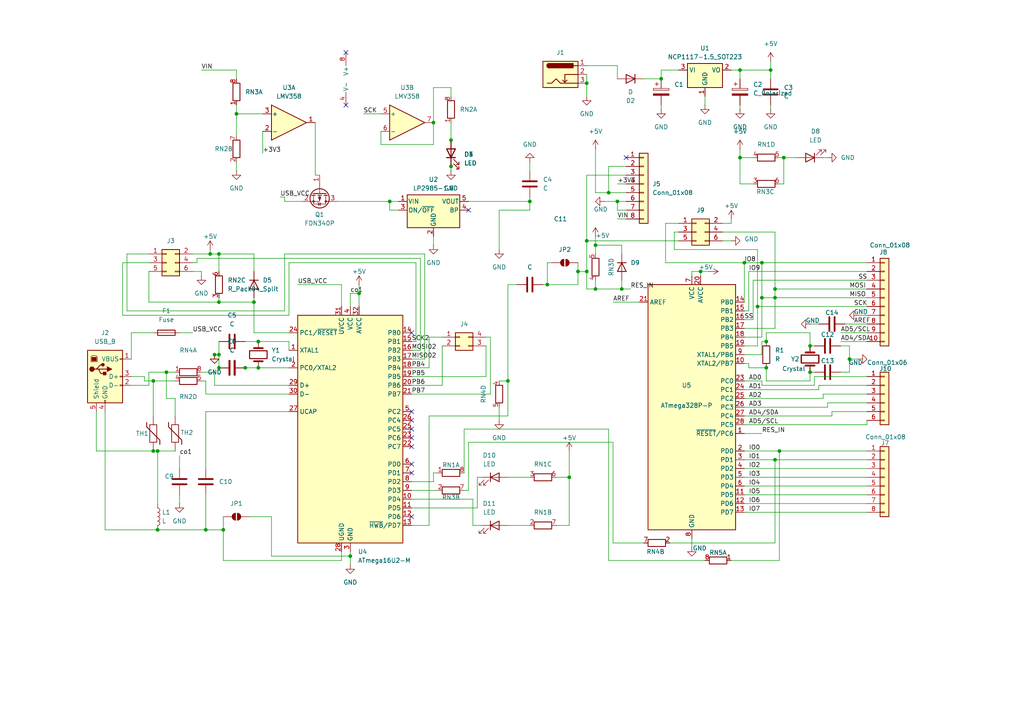
<source format=kicad_sch>
(kicad_sch (version 20231120) (generator "eeschema") (generator_version "8.0")
  (paper "A4")
  (title_block (title "Aruino") (date "15/11/2024") (company "Sudhir Agnihotri"))
  (lib_symbols
    (symbol "Amplifier_Operational:LMV358" (pin_names (offset 0.127))
      (property "Reference" "U" (at 0 5.08 0))
      (property "Value" "LMV358" (at 0 -5.08 0))
      (symbol "LMV358_1_1"
        (pin output line (at 7.62 0 180) (length 2.54) (name "~") (number "1"))
        (pin input line (at -7.62 -2.54 0) (length 2.54) (name "-") (number "2"))
        (pin input line (at -7.62 2.54 0) (length 2.54) (name "+") (number "3"))
      )
      (symbol "LMV358_2_1"
        (pin input line (at -7.62 2.54 0) (length 2.54) (name "+") (number "5"))
        (pin input line (at -7.62 -2.54 0) (length 2.54) (name "-") (number "6"))
        (pin output line (at 7.62 0 180) (length 2.54) (name "~") (number "7"))
      )
      (symbol "LMV358_3_1"
        (pin power_in line (at -2.54 -7.62 90) (length 3.81) (name "V-") (number "4"))
        (pin power_in line (at -2.54 7.62 270) (length 3.81) (name "V+") (number "8"))
      )
    )
    (symbol "Connector:Barrel_Jack_Switch_Pin3Ring" (pin_names hide)
      (property "Reference" "J" (at 0 5.334 0))
      (property "Value" "Barrel_Jack_Switch_Pin3Ring" (at 0 -5.08 0))
      (symbol "Barrel_Jack_Switch_Pin3Ring_1_1"
        (pin passive line (at 7.62 2.54 180) (length 2.54) (name "~") (number "1"))
        (pin passive line (at 7.62 0 180) (length 2.54) (name "~") (number "2"))
        (pin passive line (at 7.62 -2.54 180) (length 2.54) (name "~") (number "3"))
      )
    )
    (symbol "Connector:USB_B" (pin_names (offset 1.016))
      (property "Reference" "J" (at -5.08 11.43 0))
      (property "Value" "USB_B" (at -5.08 8.89 0))
      (symbol "USB_B_1_1"
        (pin power_out line (at 7.62 5.08 180) (length 2.54) (name "VBUS") (number "1"))
        (pin bidirectional line (at 7.62 -2.54 180) (length 2.54) (name "D-") (number "2"))
        (pin bidirectional line (at 7.62 0 180) (length 2.54) (name "D+") (number "3"))
        (pin power_out line (at 0 -10.16 90) (length 2.54) (name "GND") (number "4"))
        (pin passive line (at -2.54 -10.16 90) (length 2.54) (name "Shield") (number "5"))
      )
    )
    (symbol "Connector_Generic:Conn_01x06" (pin_names (offset 1.016) hide)
      (property "Reference" "J" (at 0 7.62 0))
      (property "Value" "Conn_01x06" (at 0 -10.16 0))
      (symbol "Conn_01x06_1_1"
        (pin passive line (at -5.08 5.08 0) (length 3.81) (name "Pin_1") (number "1"))
        (pin passive line (at -5.08 2.54 0) (length 3.81) (name "Pin_2") (number "2"))
        (pin passive line (at -5.08 0 0) (length 3.81) (name "Pin_3") (number "3"))
        (pin passive line (at -5.08 -2.54 0) (length 3.81) (name "Pin_4") (number "4"))
        (pin passive line (at -5.08 -5.08 0) (length 3.81) (name "Pin_5") (number "5"))
        (pin passive line (at -5.08 -7.62 0) (length 3.81) (name "Pin_6") (number "6"))
      )
    )
    (symbol "Connector_Generic:Conn_01x08" (pin_names (offset 1.016) hide)
      (property "Reference" "J" (at 0 10.16 0))
      (property "Value" "Conn_01x08" (at 0 -12.7 0))
      (symbol "Conn_01x08_1_1"
        (pin passive line (at -5.08 7.62 0) (length 3.81) (name "Pin_1") (number "1"))
        (pin passive line (at -5.08 5.08 0) (length 3.81) (name "Pin_2") (number "2"))
        (pin passive line (at -5.08 2.54 0) (length 3.81) (name "Pin_3") (number "3"))
        (pin passive line (at -5.08 0 0) (length 3.81) (name "Pin_4") (number "4"))
        (pin passive line (at -5.08 -2.54 0) (length 3.81) (name "Pin_5") (number "5"))
        (pin passive line (at -5.08 -5.08 0) (length 3.81) (name "Pin_6") (number "6"))
        (pin passive line (at -5.08 -7.62 0) (length 3.81) (name "Pin_7") (number "7"))
        (pin passive line (at -5.08 -10.16 0) (length 3.81) (name "Pin_8") (number "8"))
      )
    )
    (symbol "Connector_Generic:Conn_01x10" (pin_names (offset 1.016) hide)
      (property "Reference" "J" (at 0 12.7 0))
      (property "Value" "Conn_01x10" (at 0 -15.24 0))
      (symbol "Conn_01x10_1_1"
        (pin passive line (at -5.08 10.16 0) (length 3.81) (name "Pin_1") (number "1"))
        (pin passive line (at -5.08 -12.7 0) (length 3.81) (name "Pin_10") (number "10"))
        (pin passive line (at -5.08 7.62 0) (length 3.81) (name "Pin_2") (number "2"))
        (pin passive line (at -5.08 5.08 0) (length 3.81) (name "Pin_3") (number "3"))
        (pin passive line (at -5.08 2.54 0) (length 3.81) (name "Pin_4") (number "4"))
        (pin passive line (at -5.08 0 0) (length 3.81) (name "Pin_5") (number "5"))
        (pin passive line (at -5.08 -2.54 0) (length 3.81) (name "Pin_6") (number "6"))
        (pin passive line (at -5.08 -5.08 0) (length 3.81) (name "Pin_7") (number "7"))
        (pin passive line (at -5.08 -7.62 0) (length 3.81) (name "Pin_8") (number "8"))
        (pin passive line (at -5.08 -10.16 0) (length 3.81) (name "Pin_9") (number "9"))
      )
    )
    (symbol "Connector_Generic:Conn_02x02_Counter_Clockwise" (pin_names (offset 1.016) hide)
      (property "Reference" "J" (at 1.27 2.54 0))
      (property "Value" "Conn_02x02_Counter_Clockwise" (at 1.27 -5.08 0))
      (symbol "Conn_02x02_Counter_Clockwise_1_1"
        (pin passive line (at -5.08 0 0) (length 3.81) (name "Pin_1") (number "1"))
        (pin passive line (at -5.08 -2.54 0) (length 3.81) (name "Pin_2") (number "2"))
        (pin passive line (at 7.62 -2.54 180) (length 3.81) (name "Pin_3") (number "3"))
        (pin passive line (at 7.62 0 180) (length 3.81) (name "Pin_4") (number "4"))
      )
    )
    (symbol "Connector_Generic:Conn_02x03_Odd_Even" (pin_names (offset 1.016) hide)
      (property "Reference" "J" (at 1.27 5.08 0))
      (property "Value" "Conn_02x03_Odd_Even" (at 1.27 -5.08 0))
      (symbol "Conn_02x03_Odd_Even_1_1"
        (pin passive line (at -5.08 2.54 0) (length 3.81) (name "Pin_1") (number "1"))
        (pin passive line (at 7.62 2.54 180) (length 3.81) (name "Pin_2") (number "2"))
        (pin passive line (at -5.08 0 0) (length 3.81) (name "Pin_3") (number "3"))
        (pin passive line (at 7.62 0 180) (length 3.81) (name "Pin_4") (number "4"))
        (pin passive line (at -5.08 -2.54 0) (length 3.81) (name "Pin_5") (number "5"))
        (pin passive line (at 7.62 -2.54 180) (length 3.81) (name "Pin_6") (number "6"))
      )
    )
    (symbol "Device:C" (pin_numbers hide) (pin_names (offset 0.254))
      (property "Reference" "C" (at 0.635 2.54 0))
      (property "Value" "C" (at 0.635 -2.54 0))
      (symbol "C_1_1"
        (pin passive line (at 0 3.81 270) (length 2.794) (name "~") (number "1"))
        (pin passive line (at 0 -3.81 90) (length 2.794) (name "~") (number "2"))
      )
    )
    (symbol "Device:C_Polarized" (pin_numbers hide) (pin_names (offset 0.254))
      (property "Reference" "C" (at 0.635 2.54 0))
      (property "Value" "C_Polarized" (at 0.635 -2.54 0))
      (symbol "C_Polarized_1_1"
        (pin passive line (at 0 3.81 270) (length 2.794) (name "~") (number "1"))
        (pin passive line (at 0 -3.81 90) (length 2.794) (name "~") (number "2"))
      )
    )
    (symbol "Device:Crystal" (pin_numbers hide) (pin_names (offset 1.016) hide)
      (property "Reference" "Y" (at 0 3.81 0))
      (property "Value" "Crystal" (at 0 -3.81 0))
      (symbol "Crystal_1_1"
        (pin passive line (at -3.81 0 0) (length 1.27) (name "1") (number "1"))
        (pin passive line (at 3.81 0 180) (length 1.27) (name "2") (number "2"))
      )
    )
    (symbol "Device:D" (pin_numbers hide) (pin_names (offset 1.016) hide)
      (property "Reference" "D" (at 0 2.54 0))
      (property "Value" "D" (at 0 -2.54 0))
      (symbol "D_1_1"
        (pin passive line (at -3.81 0 0) (length 2.54) (name "K") (number "1"))
        (pin passive line (at 3.81 0 180) (length 2.54) (name "A") (number "2"))
      )
    )
    (symbol "Device:Fuse" (pin_numbers hide) (pin_names (offset 0))
      (property "Reference" "F" (at 2.032 0 90))
      (property "Value" "Fuse" (at -1.905 0 90))
      (symbol "Fuse_1_1"
        (pin passive line (at 0 3.81 270) (length 1.27) (name "~") (number "1"))
        (pin passive line (at 0 -3.81 90) (length 1.27) (name "~") (number "2"))
      )
    )
    (symbol "Device:L" (pin_numbers hide) (pin_names (offset 1.016) hide)
      (property "Reference" "L" (at -1.27 0 90))
      (property "Value" "L" (at 1.905 0 90))
      (symbol "L_1_1"
        (pin passive line (at 0 3.81 270) (length 1.27) (name "1") (number "1"))
        (pin passive line (at 0 -3.81 90) (length 1.27) (name "2") (number "2"))
      )
    )
    (symbol "Device:LED" (pin_numbers hide) (pin_names (offset 1.016) hide)
      (property "Reference" "D" (at 0 2.54 0))
      (property "Value" "LED" (at 0 -2.54 0))
      (symbol "LED_1_1"
        (pin passive line (at -3.81 0 0) (length 2.54) (name "K") (number "1"))
        (pin passive line (at 3.81 0 180) (length 2.54) (name "A") (number "2"))
      )
    )
    (symbol "Device:R" (pin_numbers hide) (pin_names (offset 0))
      (property "Reference" "R" (at 2.032 0 90))
      (property "Value" "R" (at 0 0 90))
      (symbol "R_1_1"
        (pin passive line (at 0 3.81 270) (length 1.27) (name "~") (number "1"))
        (pin passive line (at 0 -3.81 90) (length 1.27) (name "~") (number "2"))
      )
    )
    (symbol "Device:R_Pack04_Split" (pin_names (offset 0) hide)
      (property "Reference" "RN" (at 2.032 0 90))
      (property "Value" "R_Pack04_Split" (at 0 0 90))
      (symbol "R_Pack04_Split_1_1"
        (pin passive line (at 0 -3.81 90) (length 1.27) (name "R1.1") (number "1"))
        (pin passive line (at 0 3.81 270) (length 1.27) (name "R1.2") (number "8"))
      )
      (symbol "R_Pack04_Split_2_1"
        (pin passive line (at 0 -3.81 90) (length 1.27) (name "R2.1") (number "2"))
        (pin passive line (at 0 3.81 270) (length 1.27) (name "R2.2") (number "7"))
      )
      (symbol "R_Pack04_Split_3_1"
        (pin passive line (at 0 -3.81 90) (length 1.27) (name "R3.1") (number "3"))
        (pin passive line (at 0 3.81 270) (length 1.27) (name "R3.2") (number "6"))
      )
      (symbol "R_Pack04_Split_4_1"
        (pin passive line (at 0 -3.81 90) (length 1.27) (name "R4.1") (number "4"))
        (pin passive line (at 0 3.81 270) (length 1.27) (name "R4.2") (number "5"))
      )
    )
    (symbol "Device:Thermistor" (pin_numbers hide) (pin_names (offset 0))
      (property "Reference" "TH" (at 2.54 1.27 90))
      (property "Value" "Thermistor" (at -2.54 0 90))
      (symbol "Thermistor_1_1"
        (pin passive line (at 0 5.08 270) (length 2.54) (name "~") (number "1"))
        (pin passive line (at 0 -5.08 90) (length 2.54) (name "~") (number "2"))
      )
    )
    (symbol "Jumper:SolderJumper_2_Open" (pin_numbers hide) (pin_names (offset 0) hide) (exclude_from_sim yes) (in_bom no)
      (property "Reference" "JP" (at 0 2.032 0))
      (property "Value" "SolderJumper_2_Open" (at 0 -2.54 0))
      (symbol "SolderJumper_2_Open_1_1"
        (pin passive line (at -3.81 0 0) (length 2.54) (name "A") (number "1"))
        (pin passive line (at 3.81 0 180) (length 2.54) (name "B") (number "2"))
      )
    )
    (symbol "MCU_Microchip_ATmega:ATmega16U2-M"
      (property "Reference" "U" (at -15.24 34.29 0))
      (property "Value" "ATmega16U2-M" (at 2.54 -34.29 0))
      (symbol "ATmega16U2-M_1_1"
        (pin input line (at -17.78 22.86 0) (length 2.54) (name "XTAL1") (number "1"))
        (pin bidirectional line (at 17.78 -20.32 180) (length 2.54) (name "PD4") (number "10"))
        (pin bidirectional line (at 17.78 -22.86 180) (length 2.54) (name "PD5") (number "11"))
        (pin bidirectional line (at 17.78 -25.4 180) (length 2.54) (name "PD6") (number "12"))
        (pin bidirectional line (at 17.78 -27.94 180) (length 2.54) (name "~{HWB}/PD7") (number "13"))
        (pin bidirectional line (at 17.78 27.94 180) (length 2.54) (name "PB0") (number "14"))
        (pin bidirectional line (at 17.78 25.4 180) (length 2.54) (name "PB1") (number "15"))
        (pin bidirectional line (at 17.78 22.86 180) (length 2.54) (name "PB2") (number "16"))
        (pin bidirectional line (at 17.78 20.32 180) (length 2.54) (name "PB3") (number "17"))
        (pin bidirectional line (at 17.78 17.78 180) (length 2.54) (name "PB4") (number "18"))
        (pin bidirectional line (at 17.78 15.24 180) (length 2.54) (name "PB5") (number "19"))
        (pin bidirectional line (at -17.78 17.78 0) (length 2.54) (name "PC0/XTAL2") (number "2"))
        (pin bidirectional line (at 17.78 12.7 180) (length 2.54) (name "PB6") (number "20"))
        (pin bidirectional line (at 17.78 10.16 180) (length 2.54) (name "PB7") (number "21"))
        (pin bidirectional line (at 17.78 -5.08 180) (length 2.54) (name "PC7") (number "22"))
        (pin bidirectional line (at 17.78 -2.54 180) (length 2.54) (name "PC6") (number "23"))
        (pin bidirectional line (at -17.78 27.94 0) (length 2.54) (name "PC1/~{RESET}") (number "24"))
        (pin bidirectional line (at 17.78 0 180) (length 2.54) (name "PC5") (number "25"))
        (pin bidirectional line (at 17.78 2.54 180) (length 2.54) (name "PC4") (number "26"))
        (pin passive line (at -17.78 5.08 0) (length 2.54) (name "UCAP") (number "27"))
        (pin power_in line (at -2.54 -35.56 90) (length 2.54) (name "UGND") (number "28"))
        (pin bidirectional line (at -17.78 12.7 0) (length 2.54) (name "D+") (number "29"))
        (pin power_in line (at 0 -35.56 90) (length 2.54) (name "GND") (number "3"))
        (pin bidirectional line (at -17.78 10.16 0) (length 2.54) (name "D-") (number "30"))
        (pin power_in line (at -2.54 35.56 270) (length 2.54) (name "UVCC") (number "31"))
        (pin power_in line (at 2.54 35.56 270) (length 2.54) (name "AVCC") (number "32"))
        (pin passive line (at 0 -35.56 90) (length 2.54) hide (name "GND") (number "33"))
        (pin power_in line (at 0 35.56 270) (length 2.54) (name "VCC") (number "4"))
        (pin bidirectional line (at 17.78 5.08 180) (length 2.54) (name "PC2") (number "5"))
        (pin bidirectional line (at 17.78 -10.16 180) (length 2.54) (name "PD0") (number "6"))
        (pin bidirectional line (at 17.78 -12.7 180) (length 2.54) (name "PD1") (number "7"))
        (pin bidirectional line (at 17.78 -15.24 180) (length 2.54) (name "PD2") (number "8"))
        (pin bidirectional line (at 17.78 -17.78 180) (length 2.54) (name "PD3") (number "9"))
      )
    )
    (symbol "MCU_Microchip_ATmega:ATmega328P-P"
      (property "Reference" "U" (at -12.7 36.83 0))
      (property "Value" "ATmega328P-P" (at 2.54 -36.83 0))
      (symbol "ATmega328P-P_1_1"
        (pin bidirectional line (at 15.24 -7.62 180) (length 2.54) (name "~{RESET}/PC6") (number "1"))
        (pin bidirectional line (at 15.24 12.7 180) (length 2.54) (name "XTAL2/PB7") (number "10"))
        (pin bidirectional line (at 15.24 -25.4 180) (length 2.54) (name "PD5") (number "11"))
        (pin bidirectional line (at 15.24 -27.94 180) (length 2.54) (name "PD6") (number "12"))
        (pin bidirectional line (at 15.24 -30.48 180) (length 2.54) (name "PD7") (number "13"))
        (pin bidirectional line (at 15.24 30.48 180) (length 2.54) (name "PB0") (number "14"))
        (pin bidirectional line (at 15.24 27.94 180) (length 2.54) (name "PB1") (number "15"))
        (pin bidirectional line (at 15.24 25.4 180) (length 2.54) (name "PB2") (number "16"))
        (pin bidirectional line (at 15.24 22.86 180) (length 2.54) (name "PB3") (number "17"))
        (pin bidirectional line (at 15.24 20.32 180) (length 2.54) (name "PB4") (number "18"))
        (pin bidirectional line (at 15.24 17.78 180) (length 2.54) (name "PB5") (number "19"))
        (pin bidirectional line (at 15.24 -12.7 180) (length 2.54) (name "PD0") (number "2"))
        (pin power_in line (at 2.54 38.1 270) (length 2.54) (name "AVCC") (number "20"))
        (pin passive line (at -15.24 30.48 0) (length 2.54) (name "AREF") (number "21"))
        (pin passive line (at 0 -38.1 90) (length 2.54) hide (name "GND") (number "22"))
        (pin bidirectional line (at 15.24 7.62 180) (length 2.54) (name "PC0") (number "23"))
        (pin bidirectional line (at 15.24 5.08 180) (length 2.54) (name "PC1") (number "24"))
        (pin bidirectional line (at 15.24 2.54 180) (length 2.54) (name "PC2") (number "25"))
        (pin bidirectional line (at 15.24 0 180) (length 2.54) (name "PC3") (number "26"))
        (pin bidirectional line (at 15.24 -2.54 180) (length 2.54) (name "PC4") (number "27"))
        (pin bidirectional line (at 15.24 -5.08 180) (length 2.54) (name "PC5") (number "28"))
        (pin bidirectional line (at 15.24 -15.24 180) (length 2.54) (name "PD1") (number "3"))
        (pin bidirectional line (at 15.24 -17.78 180) (length 2.54) (name "PD2") (number "4"))
        (pin bidirectional line (at 15.24 -20.32 180) (length 2.54) (name "PD3") (number "5"))
        (pin bidirectional line (at 15.24 -22.86 180) (length 2.54) (name "PD4") (number "6"))
        (pin power_in line (at 0 38.1 270) (length 2.54) (name "VCC") (number "7"))
        (pin power_in line (at 0 -38.1 90) (length 2.54) (name "GND") (number "8"))
        (pin bidirectional line (at 15.24 15.24 180) (length 2.54) (name "XTAL1/PB6") (number "9"))
      )
    )
    (symbol "Regulator_Linear:LP2985-1.8" (pin_names (offset 0.254))
      (property "Reference" "U" (at -6.35 5.715 0))
      (property "Value" "LP2985-1.8" (at 0 5.715 0))
      (symbol "LP2985-1.8_1_1"
        (pin power_in line (at -10.16 2.54 0) (length 2.54) (name "VIN") (number "1"))
        (pin power_in line (at 0 -7.62 90) (length 2.54) (name "GND") (number "2"))
        (pin input line (at -10.16 0 0) (length 2.54) (name "ON/~{OFF}") (number "3"))
        (pin input line (at 10.16 0 180) (length 2.54) (name "BP") (number "4"))
        (pin power_out line (at 10.16 2.54 180) (length 2.54) (name "VOUT") (number "5"))
      )
    )
    (symbol "Regulator_Linear:NCP1117-1.5_SOT223"
      (property "Reference" "U" (at -3.81 3.175 0))
      (property "Value" "NCP1117-1.5_SOT223" (at 0 3.175 0))
      (symbol "NCP1117-1.5_SOT223_1_1"
        (pin power_in line (at 0 -7.62 90) (length 2.54) (name "GND") (number "1"))
        (pin power_out line (at 7.62 0 180) (length 2.54) (name "VO") (number "2"))
        (pin power_in line (at -7.62 0 0) (length 2.54) (name "VI") (number "3"))
      )
    )
    (symbol "Transistor_FET:FDN340P" (pin_names hide)
      (property "Reference" "Q" (at 5.08 1.905 0))
      (property "Value" "FDN340P" (at 5.08 0 0))
      (symbol "FDN340P_1_1"
        (pin input line (at -5.08 0 0) (length 2.54) (name "G") (number "1"))
        (pin passive line (at 2.54 -5.08 90) (length 2.54) (name "S") (number "2"))
        (pin passive line (at 2.54 5.08 270) (length 2.54) (name "D") (number "3"))
      )
    )
    (symbol "power:+5V" (power) (pin_numbers hide) (pin_names (offset 0) hide)
      (property "Value" "+5V" (at 0 3.556 0))
      (symbol "+5V_1_1"
        (pin power_in line (at 0 0 90) (length 0) (name "~") (number "1"))
      )
    )
    (symbol "power:GND" (power) (pin_numbers hide) (pin_names (offset 0) hide)
      (property "Value" "GND" (at 0 -3.81 0))
      (symbol "GND_1_1"
        (pin power_in line (at 0 0 270) (length 0) (name "~") (number "1"))
      )
    )
  )
  (junction (at 74.93 99.06))
  (junction (at 74.93 106.68))
  (junction (at 220.98 76.2))
  (junction (at 73.66 87.63))
  (junction (at 48.26 107.95))
  (junction (at 45.72 130.81))
  (junction (at 224.79 133.35))
  (junction (at 44.45 130.81))
  (junction (at 170.18 69.85))
  (junction (at 59.69 153.67))
  (junction (at 234.95 100.33))
  (junction (at 176.53 55.88))
  (junction (at 63.5 102.87))
  (junction (at 62.23 102.87))
  (junction (at 220.98 86.36))
  (junction (at 125.73 35.56))
  (junction (at 63.5 87.63))
  (junction (at 147.32 110.49))
  (junction (at 170.18 24.13))
  (junction (at 214.63 20.32))
  (junction (at 45.72 153.67))
  (junction (at 71.12 106.68))
  (junction (at 172.72 83.82))
  (junction (at 224.79 83.82))
  (junction (at 234.95 107.95))
  (junction (at 191.77 22.86))
  (junction (at 44.45 110.49))
  (junction (at 165.1 138.43))
  (junction (at 215.9 76.2))
  (junction (at 130.81 40.64))
  (junction (at 170.18 78.74))
  (junction (at 222.25 99.06))
  (junction (at 68.58 33.02))
  (junction (at 227.33 45.72))
  (junction (at 113.03 58.42))
  (junction (at 60.96 73.66))
  (junction (at 203.2 78.74))
  (junction (at 101.6 161.29))
  (junction (at 223.52 20.32))
  (junction (at 180.34 83.82))
  (junction (at 158.75 82.55))
  (junction (at 63.5 73.66))
  (junction (at 214.63 45.72))
  (junction (at 246.38 104.14))
  (junction (at 226.06 130.81))
  (junction (at 153.67 58.42))
  (junction (at 179.07 58.42))
  (junction (at 63.5 106.68))
  (junction (at 64.77 153.67))
  (junction (at 224.79 86.36))
  (junction (at 219.71 88.9))
  (junction (at 104.14 85.09))
  (junction (at 172.72 71.12))
  (junction (at 167.64 78.74))
  (junction (at 222.25 106.68))
  (junction (at 130.81 48.26))
  (no_connect (at 119.38 134.62))
  (no_connect (at 181.61 45.72))
  (no_connect (at 100.33 30.48))
  (no_connect (at 135.89 60.96))
  (no_connect (at 119.38 119.38))
  (no_connect (at 119.38 149.86))
  (no_connect (at 119.38 137.16))
  (no_connect (at 100.33 15.24))
  (no_connect (at 119.38 96.52))
  (no_connect (at 119.38 121.92))
  (no_connect (at 119.38 124.46))
  (no_connect (at 119.38 127))
  (no_connect (at 119.38 129.54))
  (wire (pts (xy 246.38 104.14) (xy 246.38 107.95)))
  (wire (pts (xy 223.52 17.78) (xy 223.52 20.32)))
  (wire (pts (xy 245.11 93.98) (xy 251.46 93.98)))
  (wire (pts (xy 181.61 50.8) (xy 170.18 50.8)))
  (wire (pts (xy 138.43 138.43) (xy 138.43 147.32)))
  (wire (pts (xy 82.55 58.42) (xy 87.63 58.42)))
  (wire (pts (xy 200.66 156.21) (xy 200.66 158.75)))
  (wire (pts (xy 113.03 58.42) (xy 115.57 58.42)))
  (wire (pts (xy 78.74 149.86) (xy 78.74 161.29)))
  (wire (pts (xy 204.47 27.94) (xy 204.47 30.48)))
  (wire (pts (xy 35.56 91.44) (xy 83.82 91.44)))
  (wire (pts (xy 38.1 96.52) (xy 44.45 96.52)))
  (wire (pts (xy 215.9 120.65) (xy 241.3 120.65)))
  (wire (pts (xy 224.79 86.36) (xy 224.79 95.25)))
  (wire (pts (xy 121.92 74.93) (xy 57.15 74.93)))
  (wire (pts (xy 62.23 107.95) (xy 62.23 111.76)))
  (wire (pts (xy 177.8 157.48) (xy 177.8 128.27)))
  (wire (pts (xy 52.07 143.51) (xy 52.07 146.05)))
  (wire (pts (xy 251.46 121.92) (xy 251.46 123.19)))
  (wire (pts (xy 218.44 45.72) (xy 214.63 45.72)))
  (wire (pts (xy 134.62 124.46) (xy 176.53 124.46)))
  (wire (pts (xy 176.53 162.56) (xy 204.47 162.56)))
  (wire (pts (xy 218.44 92.71) (xy 218.44 81.28)))
  (wire (pts (xy 176.53 55.88) (xy 181.61 55.88)))
  (wire (pts (xy 243.84 99.06) (xy 251.46 99.06)))
  (wire (pts (xy 144.78 110.49) (xy 147.32 110.49)))
  (wire (pts (xy 220.98 76.2) (xy 251.46 76.2)))
  (wire (pts (xy 59.69 119.38) (xy 83.82 119.38)))
  (wire (pts (xy 101.6 88.9) (xy 101.6 85.09)))
  (wire (pts (xy 119.38 101.6) (xy 121.92 101.6)))
  (wire (pts (xy 97.79 58.42) (xy 113.03 58.42)))
  (wire (pts (xy 36.83 90.17) (xy 82.55 90.17)))
  (wire (pts (xy 215.9 125.73) (xy 220.98 125.73)))
  (wire (pts (xy 214.63 43.18) (xy 214.63 45.72)))
  (wire (pts (xy 215.9 135.89) (xy 251.46 135.89)))
  (wire (pts (xy 115.57 60.96) (xy 113.03 60.96)))
  (wire (pts (xy 248.92 91.44) (xy 251.46 91.44)))
  (wire (pts (xy 123.19 73.66) (xy 123.19 104.14)))
  (wire (pts (xy 179.07 60.96) (xy 179.07 58.42)))
  (wire (pts (xy 149.86 82.55) (xy 147.32 82.55)))
  (wire (pts (xy 62.23 102.87) (xy 63.5 102.87)))
  (wire (pts (xy 153.67 58.42) (xy 153.67 57.15)))
  (wire (pts (xy 60.96 73.66) (xy 63.5 73.66)))
  (wire (pts (xy 83.82 99.06) (xy 83.82 101.6)))
  (wire (pts (xy 234.95 96.52) (xy 234.95 100.33)))
  (wire (pts (xy 124.46 120.65) (xy 124.46 152.4)))
  (wire (pts (xy 58.42 110.49) (xy 59.69 110.49)))
  (wire (pts (xy 73.66 86.36) (xy 73.66 87.63)))
  (wire (pts (xy 43.18 87.63) (xy 63.5 87.63)))
  (wire (pts (xy 135.89 58.42) (xy 153.67 58.42)))
  (wire (pts (xy 177.8 128.27) (xy 135.89 128.27)))
  (wire (pts (xy 43.18 76.2) (xy 35.56 76.2)))
  (wire (pts (xy 212.09 64.77) (xy 209.55 64.77)))
  (wire (pts (xy 144.78 60.96) (xy 144.78 72.39)))
  (wire (pts (xy 78.74 161.29) (xy 101.6 161.29)))
  (wire (pts (xy 130.81 27.94) (xy 130.81 25.4)))
  (wire (pts (xy 179.07 53.34) (xy 181.61 53.34)))
  (wire (pts (xy 217.17 90.17) (xy 217.17 78.74)))
  (wire (pts (xy 200.66 78.74) (xy 203.2 78.74)))
  (wire (pts (xy 219.71 100.33) (xy 215.9 100.33)))
  (wire (pts (xy 55.88 78.74) (xy 58.42 78.74)))
  (wire (pts (xy 74.93 99.06) (xy 83.82 99.06)))
  (wire (pts (xy 170.18 69.85) (xy 170.18 78.74)))
  (wire (pts (xy 71.12 99.06) (xy 74.93 99.06)))
  (wire (pts (xy 193.04 64.77) (xy 196.85 64.77)))
  (wire (pts (xy 237.49 111.76) (xy 237.49 113.03)))
  (wire (pts (xy 140.97 100.33) (xy 140.97 109.22)))
  (wire (pts (xy 73.66 87.63) (xy 73.66 96.52)))
  (wire (pts (xy 217.17 106.68) (xy 222.25 106.68)))
  (wire (pts (xy 153.67 46.99) (xy 153.67 49.53)))
  (wire (pts (xy 124.46 97.79) (xy 124.46 106.68)))
  (wire (pts (xy 64.77 162.56) (xy 64.77 153.67)))
  (wire (pts (xy 38.1 111.76) (xy 43.18 111.76)))
  (wire (pts (xy 220.98 86.36) (xy 224.79 86.36)))
  (wire (pts (xy 220.98 76.2) (xy 220.98 86.36)))
  (wire (pts (xy 243.84 96.52) (xy 251.46 96.52)))
  (wire (pts (xy 246.38 104.14) (xy 248.92 104.14)))
  (wire (pts (xy 140.97 97.79) (xy 142.24 97.79)))
  (wire (pts (xy 68.58 30.48) (xy 68.58 33.02)))
  (wire (pts (xy 41.91 110.49) (xy 44.45 110.49)))
  (wire (pts (xy 125.73 137.16) (xy 125.73 139.7)))
  (wire (pts (xy 147.32 120.65) (xy 124.46 120.65)))
  (wire (pts (xy 238.76 115.57) (xy 215.9 115.57)))
  (wire (pts (xy 181.61 63.5) (xy 179.07 63.5)))
  (wire (pts (xy 219.71 72.39) (xy 219.71 88.9)))
  (wire (pts (xy 160.02 76.2) (xy 158.75 76.2)))
  (wire (pts (xy 139.7 138.43) (xy 138.43 138.43)))
  (wire (pts (xy 215.9 87.63) (xy 215.9 76.2)))
  (wire (pts (xy 30.48 119.38) (xy 30.48 153.67)))
  (wire (pts (xy 68.58 22.86) (xy 68.58 20.32)))
  (wire (pts (xy 58.42 78.74) (xy 58.42 80.01)))
  (wire (pts (xy 55.88 76.2) (xy 57.15 76.2)))
  (wire (pts (xy 193.04 76.2) (xy 193.04 64.77)))
  (wire (pts (xy 130.81 48.26) (xy 130.81 49.53)))
  (wire (pts (xy 227.33 53.34) (xy 227.33 45.72)))
  (wire (pts (xy 38.1 104.14) (xy 38.1 96.52)))
  (wire (pts (xy 214.63 20.32) (xy 223.52 20.32)))
  (wire (pts (xy 222.25 96.52) (xy 222.25 99.06)))
  (wire (pts (xy 251.46 116.84) (xy 240.03 116.84)))
  (wire (pts (xy 99.06 82.55) (xy 86.36 82.55)))
  (wire (pts (xy 215.9 105.41) (xy 217.17 105.41)))
  (wire (pts (xy 222.25 106.68) (xy 222.25 110.49)))
  (wire (pts (xy 99.06 162.56) (xy 64.77 162.56)))
  (wire (pts (xy 241.3 119.38) (xy 241.3 120.65)))
  (wire (pts (xy 234.95 93.98) (xy 237.49 93.98)))
  (wire (pts (xy 43.18 78.74) (xy 43.18 87.63)))
  (wire (pts (xy 226.06 53.34) (xy 227.33 53.34)))
  (wire (pts (xy 226.06 45.72) (xy 227.33 45.72)))
  (wire (pts (xy 68.58 33.02) (xy 76.2 33.02)))
  (wire (pts (xy 82.55 73.66) (xy 123.19 73.66)))
  (wire (pts (xy 147.32 110.49) (xy 147.32 120.65)))
  (wire (pts (xy 240.03 116.84) (xy 240.03 118.11)))
  (wire (pts (xy 170.18 21.59) (xy 170.18 24.13)))
  (wire (pts (xy 138.43 147.32) (xy 119.38 147.32)))
  (wire (pts (xy 50.8 115.57) (xy 48.26 115.57)))
  (wire (pts (xy 226.06 130.81) (xy 215.9 130.81)))
  (wire (pts (xy 123.19 104.14) (xy 119.38 104.14)))
  (wire (pts (xy 234.95 107.95) (xy 236.22 107.95)))
  (wire (pts (xy 110.49 38.1) (xy 110.49 41.91)))
  (wire (pts (xy 217.17 78.74) (xy 251.46 78.74)))
  (wire (pts (xy 167.64 78.74) (xy 167.64 82.55)))
  (wire (pts (xy 44.45 130.81) (xy 45.72 130.81)))
  (wire (pts (xy 172.72 68.58) (xy 172.72 71.12)))
  (wire (pts (xy 215.9 123.19) (xy 251.46 123.19)))
  (wire (pts (xy 59.69 110.49) (xy 59.69 114.3)))
  (wire (pts (xy 191.77 20.32) (xy 196.85 20.32)))
  (wire (pts (xy 59.69 135.89) (xy 59.69 119.38)))
  (wire (pts (xy 158.75 82.55) (xy 167.64 82.55)))
  (wire (pts (xy 180.34 83.82) (xy 172.72 83.82)))
  (wire (pts (xy 180.34 81.28) (xy 180.34 83.82)))
  (wire (pts (xy 218.44 81.28) (xy 251.46 81.28)))
  (wire (pts (xy 128.27 100.33) (xy 128.27 111.76)))
  (wire (pts (xy 165.1 152.4) (xy 165.1 138.43)))
  (wire (pts (xy 119.38 142.24) (xy 127 142.24)))
  (wire (pts (xy 82.55 90.17) (xy 82.55 73.66)))
  (wire (pts (xy 215.9 140.97) (xy 251.46 140.97)))
  (wire (pts (xy 220.98 99.06) (xy 222.25 99.06)))
  (wire (pts (xy 220.98 102.87) (xy 215.9 102.87)))
  (wire (pts (xy 63.5 99.06) (xy 63.5 102.87)))
  (wire (pts (xy 137.16 152.4) (xy 137.16 144.78)))
  (wire (pts (xy 135.89 142.24) (xy 134.62 142.24)))
  (wire (pts (xy 59.69 114.3) (xy 83.82 114.3)))
  (wire (pts (xy 219.71 88.9) (xy 251.46 88.9)))
  (wire (pts (xy 144.78 118.11) (xy 144.78 121.92)))
  (wire (pts (xy 74.93 106.68) (xy 83.82 106.68)))
  (wire (pts (xy 170.18 78.74) (xy 170.18 83.82)))
  (wire (pts (xy 121.92 101.6) (xy 121.92 74.93)))
  (wire (pts (xy 125.73 68.58) (xy 125.73 71.12)))
  (wire (pts (xy 72.39 149.86) (xy 78.74 149.86)))
  (wire (pts (xy 104.14 85.09) (xy 104.14 88.9)))
  (wire (pts (xy 212.09 162.56) (xy 226.06 162.56)))
  (wire (pts (xy 64.77 149.86) (xy 64.77 153.67)))
  (wire (pts (xy 91.44 50.8) (xy 92.71 50.8)))
  (wire (pts (xy 212.09 63.5) (xy 212.09 64.77)))
  (wire (pts (xy 176.53 48.26) (xy 176.53 55.88)))
  (wire (pts (xy 246.38 107.95) (xy 243.84 107.95)))
  (wire (pts (xy 158.75 76.2) (xy 158.75 82.55)))
  (wire (pts (xy 55.88 73.66) (xy 60.96 73.66)))
  (wire (pts (xy 127 137.16) (xy 125.73 137.16)))
  (wire (pts (xy 30.48 153.67) (xy 45.72 153.67)))
  (wire (pts (xy 101.6 161.29) (xy 101.6 163.83)))
  (wire (pts (xy 215.9 76.2) (xy 220.98 76.2)))
  (wire (pts (xy 63.5 78.74) (xy 63.5 73.66)))
  (wire (pts (xy 234.95 96.52) (xy 222.25 96.52)))
  (wire (pts (xy 120.65 99.06) (xy 119.38 99.06)))
  (wire (pts (xy 181.61 48.26) (xy 176.53 48.26)))
  (wire (pts (xy 251.46 111.76) (xy 237.49 111.76)))
  (wire (pts (xy 227.33 45.72) (xy 231.14 45.72)))
  (wire (pts (xy 99.06 160.02) (xy 99.06 162.56)))
  (wire (pts (xy 91.44 35.56) (xy 91.44 50.8)))
  (wire (pts (xy 81.28 57.15) (xy 82.55 57.15)))
  (wire (pts (xy 212.09 20.32) (xy 214.63 20.32)))
  (wire (pts (xy 83.82 76.2) (xy 120.65 76.2)))
  (wire (pts (xy 140.97 109.22) (xy 119.38 109.22)))
  (wire (pts (xy 215.9 138.43) (xy 251.46 138.43)))
  (wire (pts (xy 58.42 20.32) (xy 68.58 20.32)))
  (wire (pts (xy 142.24 97.79) (xy 142.24 114.3)))
  (wire (pts (xy 236.22 111.76) (xy 236.22 109.22)))
  (wire (pts (xy 215.9 92.71) (xy 218.44 92.71)))
  (wire (pts (xy 130.81 35.56) (xy 130.81 40.64)))
  (wire (pts (xy 170.18 50.8) (xy 170.18 69.85)))
  (wire (pts (xy 142.24 114.3) (xy 119.38 114.3)))
  (wire (pts (xy 191.77 30.48) (xy 191.77 31.75)))
  (wire (pts (xy 120.65 76.2) (xy 120.65 99.06)))
  (wire (pts (xy 167.64 78.74) (xy 170.18 78.74)))
  (wire (pts (xy 215.9 110.49) (xy 220.98 110.49)))
  (wire (pts (xy 36.83 73.66) (xy 36.83 90.17)))
  (wire (pts (xy 45.72 130.81) (xy 45.72 146.05)))
  (wire (pts (xy 153.67 58.42) (xy 153.67 60.96)))
  (wire (pts (xy 176.53 55.88) (xy 172.72 55.88)))
  (wire (pts (xy 251.46 114.3) (xy 238.76 114.3)))
  (wire (pts (xy 130.81 25.4) (xy 125.73 25.4)))
  (wire (pts (xy 177.8 87.63) (xy 185.42 87.63)))
  (wire (pts (xy 224.79 95.25) (xy 215.9 95.25)))
  (wire (pts (xy 195.58 67.31) (xy 195.58 72.39)))
  (wire (pts (xy 200.66 80.01) (xy 200.66 78.74)))
  (wire (pts (xy 52.07 96.52) (xy 55.88 96.52)))
  (wire (pts (xy 128.27 97.79) (xy 124.46 97.79)))
  (wire (pts (xy 170.18 69.85) (xy 196.85 69.85)))
  (wire (pts (xy 71.12 106.68) (xy 74.93 106.68)))
  (wire (pts (xy 220.98 86.36) (xy 220.98 97.79)))
  (wire (pts (xy 176.53 124.46) (xy 176.53 162.56)))
  (wire (pts (xy 125.73 35.56) (xy 125.73 41.91)))
  (wire (pts (xy 214.63 53.34) (xy 218.44 53.34)))
  (wire (pts (xy 27.94 130.81) (xy 44.45 130.81)))
  (wire (pts (xy 170.18 83.82) (xy 172.72 83.82)))
  (wire (pts (xy 224.79 133.35) (xy 224.79 157.48)))
  (wire (pts (xy 223.52 20.32) (xy 223.52 22.86)))
  (wire (pts (xy 167.64 76.2) (xy 167.64 78.74)))
  (wire (pts (xy 172.72 43.18) (xy 172.72 55.88)))
  (wire (pts (xy 101.6 85.09) (xy 104.14 85.09)))
  (wire (pts (xy 60.96 72.39) (xy 60.96 73.66)))
  (wire (pts (xy 41.91 109.22) (xy 41.91 110.49)))
  (wire (pts (xy 220.98 99.06) (xy 220.98 102.87)))
  (wire (pts (xy 52.07 132.08) (xy 52.07 135.89)))
  (wire (pts (xy 196.85 67.31) (xy 195.58 67.31)))
  (wire (pts (xy 43.18 107.95) (xy 48.26 107.95)))
  (wire (pts (xy 215.9 148.59) (xy 251.46 148.59)))
  (wire (pts (xy 147.32 152.4) (xy 153.67 152.4)))
  (wire (pts (xy 73.66 78.74) (xy 73.66 73.66)))
  (wire (pts (xy 172.72 71.12) (xy 172.72 73.66)))
  (wire (pts (xy 215.9 146.05) (xy 251.46 146.05)))
  (wire (pts (xy 181.61 60.96) (xy 179.07 60.96)))
  (wire (pts (xy 76.2 38.1) (xy 76.2 44.45)))
  (wire (pts (xy 215.9 113.03) (xy 237.49 113.03)))
  (wire (pts (xy 113.03 60.96) (xy 113.03 58.42)))
  (wire (pts (xy 234.95 107.95) (xy 234.95 110.49)))
  (wire (pts (xy 224.79 83.82) (xy 224.79 86.36)))
  (wire (pts (xy 170.18 19.05) (xy 179.07 19.05)))
  (wire (pts (xy 224.79 86.36) (xy 251.46 86.36)))
  (wire (pts (xy 48.26 107.95) (xy 50.8 107.95)))
  (wire (pts (xy 124.46 106.68) (xy 119.38 106.68)))
  (wire (pts (xy 205.74 78.74) (xy 203.2 78.74)))
  (wire (pts (xy 215.9 143.51) (xy 251.46 143.51)))
  (wire (pts (xy 214.63 45.72) (xy 214.63 53.34)))
  (wire (pts (xy 58.42 107.95) (xy 62.23 107.95)))
  (wire (pts (xy 27.94 119.38) (xy 27.94 130.81)))
  (wire (pts (xy 57.15 74.93) (xy 57.15 76.2)))
  (wire (pts (xy 83.82 91.44) (xy 83.82 76.2)))
  (wire (pts (xy 238.76 45.72) (xy 240.03 45.72)))
  (wire (pts (xy 147.32 138.43) (xy 153.67 138.43)))
  (wire (pts (xy 165.1 130.81) (xy 165.1 138.43)))
  (wire (pts (xy 125.73 25.4) (xy 125.73 35.56)))
  (wire (pts (xy 158.75 82.55) (xy 157.48 82.55)))
  (wire (pts (xy 62.23 111.76) (xy 83.82 111.76)))
  (wire (pts (xy 226.06 130.81) (xy 251.46 130.81)))
  (wire (pts (xy 191.77 22.86) (xy 191.77 20.32)))
  (wire (pts (xy 186.69 157.48) (xy 177.8 157.48)))
  (wire (pts (xy 125.73 139.7) (xy 119.38 139.7)))
  (wire (pts (xy 68.58 33.02) (xy 68.58 39.37)))
  (wire (pts (xy 243.84 100.33) (xy 246.38 100.33)))
  (wire (pts (xy 59.69 143.51) (xy 59.69 153.67)))
  (wire (pts (xy 104.14 82.55) (xy 104.14 85.09)))
  (wire (pts (xy 99.06 88.9) (xy 99.06 82.55)))
  (wire (pts (xy 45.72 130.81) (xy 50.8 130.81)))
  (wire (pts (xy 73.66 87.63) (xy 63.5 87.63)))
  (wire (pts (xy 35.56 76.2) (xy 35.56 91.44)))
  (wire (pts (xy 43.18 111.76) (xy 43.18 107.95)))
  (wire (pts (xy 209.55 69.85) (xy 212.09 69.85)))
  (wire (pts (xy 215.9 133.35) (xy 224.79 133.35)))
  (wire (pts (xy 82.55 57.15) (xy 82.55 58.42)))
  (wire (pts (xy 139.7 152.4) (xy 137.16 152.4)))
  (wire (pts (xy 236.22 109.22) (xy 251.46 109.22)))
  (wire (pts (xy 214.63 30.48) (xy 214.63 31.75)))
  (wire (pts (xy 101.6 160.02) (xy 101.6 161.29)))
  (wire (pts (xy 63.5 73.66) (xy 73.66 73.66)))
  (wire (pts (xy 220.98 111.76) (xy 236.22 111.76)))
  (wire (pts (xy 209.55 67.31) (xy 224.79 67.31)))
  (wire (pts (xy 220.98 110.49) (xy 220.98 111.76)))
  (wire (pts (xy 226.06 162.56) (xy 226.06 130.81)))
  (wire (pts (xy 238.76 114.3) (xy 238.76 115.57)))
  (wire (pts (xy 119.38 144.78) (xy 137.16 144.78)))
  (wire (pts (xy 128.27 111.76) (xy 119.38 111.76)))
  (wire (pts (xy 124.46 152.4) (xy 119.38 152.4)))
  (wire (pts (xy 44.45 110.49) (xy 44.45 120.65)))
  (wire (pts (xy 165.1 138.43) (xy 161.29 138.43)))
  (wire (pts (xy 110.49 41.91) (xy 125.73 41.91)))
  (wire (pts (xy 223.52 30.48) (xy 223.52 31.75)))
  (wire (pts (xy 63.5 102.87) (xy 63.5 106.68)))
  (wire (pts (xy 50.8 120.65) (xy 50.8 115.57)))
  (wire (pts (xy 186.69 22.86) (xy 191.77 22.86)))
  (wire (pts (xy 68.58 46.99) (xy 68.58 49.53)))
  (wire (pts (xy 246.38 100.33) (xy 246.38 104.14)))
  (wire (pts (xy 105.41 33.02) (xy 110.49 33.02)))
  (wire (pts (xy 224.79 157.48) (xy 194.31 157.48)))
  (wire (pts (xy 147.32 82.55) (xy 147.32 110.49)))
  (wire (pts (xy 43.18 73.66) (xy 36.83 73.66)))
  (wire (pts (xy 215.9 97.79) (xy 220.98 97.79)))
  (wire (pts (xy 224.79 67.31) (xy 224.79 83.82)))
  (wire (pts (xy 251.46 119.38) (xy 241.3 119.38)))
  (wire (pts (xy 134.62 137.16) (xy 134.62 124.46)))
  (wire (pts (xy 203.2 78.74) (xy 203.2 80.01)))
  (wire (pts (xy 215.9 118.11) (xy 240.03 118.11)))
  (wire (pts (xy 180.34 73.66) (xy 180.34 71.12)))
  (wire (pts (xy 83.82 96.52) (xy 73.66 96.52)))
  (wire (pts (xy 135.89 128.27) (xy 135.89 142.24)))
  (wire (pts (xy 64.77 153.67) (xy 59.69 153.67)))
  (wire (pts (xy 179.07 58.42) (xy 181.61 58.42)))
  (wire (pts (xy 38.1 109.22) (xy 41.91 109.22)))
  (wire (pts (xy 195.58 72.39) (xy 219.71 72.39)))
  (wire (pts (xy 180.34 71.12) (xy 172.72 71.12)))
  (wire (pts (xy 170.18 24.13) (xy 170.18 27.94)))
  (wire (pts (xy 234.95 110.49) (xy 222.25 110.49)))
  (wire (pts (xy 180.34 83.82) (xy 182.88 83.82)))
  (wire (pts (xy 234.95 100.33) (xy 236.22 100.33)))
  (wire (pts (xy 224.79 83.82) (xy 251.46 83.82)))
  (wire (pts (xy 217.17 105.41) (xy 217.17 106.68)))
  (wire (pts (xy 214.63 20.32) (xy 214.63 22.86)))
  (wire (pts (xy 179.07 19.05) (xy 179.07 22.86)))
  (wire (pts (xy 219.71 88.9) (xy 219.71 100.33)))
  (wire (pts (xy 161.29 152.4) (xy 165.1 152.4)))
  (wire (pts (xy 224.79 133.35) (xy 251.46 133.35)))
  (wire (pts (xy 44.45 110.49) (xy 50.8 110.49)))
  (wire (pts (xy 48.26 115.57) (xy 48.26 107.95)))
  (wire (pts (xy 215.9 90.17) (xy 217.17 90.17)))
  (wire (pts (xy 153.67 60.96) (xy 144.78 60.96)))
  (wire (pts (xy 172.72 83.82) (xy 172.72 81.28)))
  (wire (pts (xy 215.9 76.2) (xy 193.04 76.2)))
  (wire (pts (xy 59.69 153.67) (xy 45.72 153.67)))
  (wire (pts (xy 63.5 86.36) (xy 63.5 87.63)))
  (wire (pts (xy 175.26 58.42) (xy 179.07 58.42)))
  (label "IO6" (at 217.17 146.05 0))
  (label "MOSI" (at 246.38 83.82 0))
  (label "PB4" (at 119.38 106.68 0))
  (label "IO2" (at 217.17 135.89 0))
  (label "IO0" (at 217.17 130.81 0))
  (label "SCK" (at 247.65 88.9 0))
  (label "AD3" (at 217.17 118.11 0))
  (label "AREF" (at 177.8 87.63 0))
  (label "PB5" (at 119.38 109.22 0))
  (label "RES_IN" (at 182.88 83.82 0))
  (label "USB_VCC" (at 55.88 96.52 0))
  (label "VIN" (at 179.07 63.5 0))
  (label "PB6" (at 119.38 111.76 0))
  (label "MOSI02" (at 119.38 101.6 0))
  (label "AD4{slash}SDA" (at 243.84 99.06 0))
  (label "AREF" (at 247.65 93.98 0))
  (label "IO7" (at 217.17 148.59 0))
  (label "SS" (at 215.9 92.71 0))
  (label "AD5{slash}SCL" (at 217.17 123.19 0))
  (label "VIN" (at 58.42 20.32 0))
  (label "IO9" (at 217.17 78.74 0))
  (label "SS" (at 248.92 81.28 0))
  (label "USB_VCC" (at 86.36 82.55 0))
  (label "+3V3" (at 76.2 44.45 0))
  (label "RES_IN" (at 220.98 125.73 0))
  (label "AD5{slash}SCL" (at 243.84 96.52 0))
  (label "AD0" (at 217.17 110.49 0))
  (label "IO5" (at 217.17 143.51 0))
  (label "AD4{slash}SDA" (at 217.17 120.65 0))
  (label "SCK" (at 105.41 33.02 0))
  (label "AD2" (at 217.17 115.57 0))
  (label "MISO02" (at 119.38 104.14 0))
  (label "IO4" (at 217.17 140.97 0))
  (label "co1" (at 52.07 132.08 0))
  (label "SCK2" (at 119.38 99.06 0))
  (label "co1" (at 101.6 85.09 0))
  (label "IO1" (at 217.17 133.35 0))
  (label "PB7" (at 119.38 114.3 0))
  (label "IO8" (at 215.9 76.2 0))
  (label "IO3" (at 217.17 138.43 0))
  (label "MISO" (at 246.38 86.36 0))
  (label "AD1" (at 217.17 113.03 0))
  (label "USB_VCC" (at 81.28 57.15 0))
  (label "+3V3" (at 179.07 53.34 0))
  (symbol (lib_id "Connector:Barrel_Jack_Switch_Pin3Ring") (at 162.56 21.59 0) (unit 1)
    (property "Reference" "J1" (at 162.56 15.24 0))
    (property "Value" "Barrel_Jack_Switch_Pin3Ring" (effects (hide yes)))
    (property "Footprint" "Connector_BarrelJack:BarrelJack_Kycon_KLDX-0202-xC_Horizontal" (effects (hide yes)))
    (property "Description" "DC Barrel Jack with an internal switch" (effects (hide yes)))
  )
  (symbol (lib_id "Device:R_Pack04_Split") (at 54.61 107.95 270) (unit 1)
    (property "Reference" "RN4" (at 54.61 101.6 90))
    (property "Value" "R_Pack04_Split" (effects (hide yes)))
    (property "Footprint" "Resistor_SMD:R_Array_Concave_4x0603" (effects (hide yes)))
    (property "Description" "4 resistor network, parallel topology, split" (effects (hide yes)))
  )
  (symbol (lib_id "power:GND") (at 212.09 69.85 90) (unit 1)
    (property "Reference" "#PWR025" (effects (hide yes)))
    (property "Value" "GND" (at 215.9 69.342 90) (effects (justify right)))
    (property "Description" "Power symbol creates a global label with name \"GND\" , ground" (effects (hide yes)))
  )
  (symbol (lib_id "Amplifier_Operational:LMV358") (at 118.11 35.56 0) (unit 2)
    (property "Reference" "U3" (at 118.11 25.4 0))
    (property "Value" "LMV358" (at 118.11 27.94 0))
    (property "Footprint" "Package_DIP:DIP-8_W7.62mm_SMDSocket_SmallPads" (effects (hide yes)))
    (property "Datasheet" "http://www.ti.com/lit/ds/symlink/lmv324.pdf" (effects (hide yes)))
    (property "Description" "Dual Low-Voltage Rail-to-Rail Output Operational Amplifiers, SOIC-8/SSOP-8" (effects (hide yes)))
  )
  (symbol (lib_id "power:GND") (at 170.18 27.94 0) (unit 1)
    (property "Reference" "#PWR01" (effects (hide yes)))
    (property "Value" "GND" (at 170.18 33.02 0))
    (property "Description" "Power symbol creates a global label with name \"GND\" , ground" (effects (hide yes)))
  )
  (symbol (lib_id "power:GND") (at 68.58 49.53 0) (unit 1)
    (property "Reference" "#PWR08" (effects (hide yes)))
    (property "Value" "GND" (at 68.58 54.61 0))
    (property "Description" "Power symbol creates a global label with name \"GND\" , ground" (effects (hide yes)))
  )
  (symbol (lib_id "Device:C") (at 153.67 82.55 270) (unit 1)
    (property "Reference" "C11" (at 162.56 63.5 90))
    (property "Value" "C" (at 153.67 77.47 90))
    (property "Footprint" "Capacitor_SMD:C_0201_0603Metric" (effects (hide yes)))
    (property "Description" "Unpolarized capacitor" (effects (hide yes)))
  )
  (symbol (lib_id "Device:C_Polarized") (at 214.63 26.67 0) (unit 1)
    (property "Reference" "C2" (at 218.44 24.5109 0) (effects (justify left)))
    (property "Value" "C_Polarized" (at 218.44 27.0509 0) (effects (justify left)))
    (property "Footprint" "Capacitor_SMD:CP_Elec_8x5.4" (effects (hide yes)))
    (property "Description" "Polarized capacitor" (effects (hide yes)))
  )
  (symbol (lib_id "Device:D") (at 180.34 77.47 270) (unit 1)
    (property "Reference" "D9" (at 182.88 76.1999 90) (effects (justify left)))
    (property "Value" "D" (effects (hide yes)))
    (property "Footprint" "Diode_SMD:D_1206_3216Metric" (effects (hide yes)))
    (property "Description" "Diode" (effects (hide yes)))
    (property "Sim.Device" "D" (effects (hide yes)))
    (property "Sim.Pins" "1=K 2=A" (effects (hide yes)))
  )
  (symbol (lib_id "Device:LED") (at 130.81 44.45 90) (unit 1)
    (property "Reference" "D1" (at 134.62 44.7674 90) (effects (justify right)))
    (property "Value" "LED" (at 134.62 47.3074 90) (effects (justify right)))
    (property "Footprint" "LED_SMD:LED_0201_0603Metric_Pad0.64x0.40mm_HandSolder" (effects (hide yes)))
    (property "Description" "Light emitting diode" (effects (hide yes)))
  )
  (symbol (lib_id "Device:R") (at 222.25 102.87 0) (unit 1)
    (property "Reference" "R1" (at 224.79 101.5999 0) (effects (justify left)))
    (property "Value" "R" (at 224.79 104.1399 0) (effects (justify left)))
    (property "Footprint" "Resistor_SMD:R_0201_0603Metric" (effects (hide yes)))
    (property "Description" "Resistor" (effects (hide yes)))
  )
  (symbol (lib_id "power:+5V") (at 214.63 43.18 0) (unit 1)
    (property "Reference" "#PWR018" (effects (hide yes)))
    (property "Value" "+5V" (at 214.63 38.1 0))
    (property "Description" "Power symbol creates a global label with name \"+5V\"" (effects (hide yes)))
  )
  (symbol (lib_id "power:GND") (at 175.26 58.42 270) (unit 1)
    (property "Reference" "#PWR023" (effects (hide yes)))
    (property "Value" "GND" (at 176.276 60.706 90) (effects (justify right)))
    (property "Description" "Power symbol creates a global label with name \"GND\" , ground" (effects (hide yes)))
  )
  (symbol (lib_id "Device:C") (at 223.52 26.67 0) (unit 1)
    (property "Reference" "C3" (at 227.33 25.3999 0) (effects (justify left)))
    (property "Value" "C" (at 227.33 27.9399 0) (effects (justify left)))
    (property "Footprint" "Capacitor_SMD:C_0805_2012Metric" (effects (hide yes)))
    (property "Description" "Unpolarized capacitor" (effects (hide yes)))
  )
  (symbol (lib_id "power:GND") (at 204.47 30.48 0) (unit 1)
    (property "Reference" "#PWR02" (effects (hide yes)))
    (property "Value" "GND" (at 204.47 35.56 0))
    (property "Description" "Power symbol creates a global label with name \"GND\" , ground" (effects (hide yes)))
  )
  (symbol (lib_id "Connector_Generic:Conn_01x06") (at 256.54 114.3 0) (unit 1)
    (property "Reference" "J10" (at 255.016 106.934 0) (effects (justify left)))
    (property "Value" "Conn_01x06" (at 251.46 105.156 0) (effects (justify left)))
    (property "Footprint" "Connector_PinHeader_2.54mm:PinHeader_1x06_P2.54mm_Vertical" (effects (hide yes)))
    (property "Description" "Generic connector, single row, 01x06, script generated (kicad-library-utils/schlib/autogen/connector/)" (effects (hide yes)))
  )
  (symbol (lib_id "Device:LED") (at 143.51 138.43 0) (unit 1)
    (property "Reference" "D10" (at 141.9225 132.08 0))
    (property "Value" "LED" (at 141.9225 134.62 0))
    (property "Footprint" "LED_SMD:LED_0402_1005Metric" (effects (hide yes)))
    (property "Description" "Light emitting diode" (effects (hide yes)))
  )
  (symbol (lib_id "power:GND") (at 200.66 158.75 0) (unit 1)
    (property "Reference" "#PWR030" (effects (hide yes)))
    (property "Value" "GND" (at 202.946 159.004 0))
    (property "Description" "Power symbol creates a global label with name \"GND\" , ground" (effects (hide yes)))
  )
  (symbol (lib_id "Jumper:SolderJumper_2_Open") (at 68.58 149.86 0) (unit 1) (exclude_from_sim yes) (in_bom no)
    (property "Reference" "JP1" (at 68.58 146.05 0))
    (property "Value" "SolderJumper_2_Open" (effects (hide yes)))
    (property "Footprint" "Jumper:SolderJumper-2_P1.3mm_Open_Pad1.0x1.5mm" (effects (hide yes)))
    (property "Description" "Solder Jumper, 2-pole, open" (effects (hide yes)))
  )
  (symbol (lib_id "Device:Crystal") (at 234.95 104.14 90) (unit 1)
    (property "Reference" "Y2" (at 229.362 104.14 90) (effects (justify right)))
    (property "Value" "Crystal" (at 226.822 106.934 90) (effects (justify right)))
    (property "Footprint" "USERFOOT:CSTCE16M0V53-R0" (effects (hide yes)))
    (property "Description" "Two pin crystal" (effects (hide yes)))
  )
  (symbol (lib_id "Device:R_Pack04_Split") (at 222.25 45.72 270) (unit 4)
    (property "Reference" "RN1" (at 222.25 41.91 90))
    (property "Value" "R_Pack04_Split" (effects (hide yes)))
    (property "Footprint" "Resistor_SMD:R_Array_Concave_4x0603" (effects (hide yes)))
    (property "Description" "4 resistor network, parallel topology, split" (effects (hide yes)))
  )
  (symbol (lib_id "Transistor_FET:FDN340P") (at 92.71 55.88 270) (unit 1)
    (property "Reference" "Q1" (at 92.71 62.23 90))
    (property "Value" "FDN340P" (at 92.71 64.77 90))
    (property "Footprint" "Package_TO_SOT_SMD:SOT-23" (effects (hide yes)))
    (property "Datasheet" "https://www.onsemi.com/pub/Collateral/FDN340P-D.PDF" (effects (hide yes)))
    (property "Description" "-2A Id, -20V Vds, P-Channel MOSFET, 70mOhm Ron, SOT-23" (effects (hide yes)))
  )
  (symbol (lib_id "Device:Fuse") (at 48.26 96.52 90) (unit 1)
    (property "Reference" "F1" (at 48.26 90.17 90))
    (property "Value" "Fuse" (at 48.26 92.71 90))
    (property "Footprint" "Fuse:Fuse_1812_4532Metric" (effects (hide yes)))
    (property "Description" "Fuse" (effects (hide yes)))
  )
  (symbol (lib_id "Device:Thermistor") (at 50.8 125.73 0) (unit 1)
    (property "Reference" "TH2" (at 52.324 125.476 0) (effects (justify left)))
    (property "Value" "Thermistor" (effects (hide yes)))
    (property "Footprint" "Resistor_SMD:R_0201_0603Metric" (effects (hide yes)))
    (property "Description" "Temperature dependent resistor" (effects (hide yes)))
  )
  (symbol (lib_id "Device:Crystal") (at 74.93 102.87 90) (unit 1)
    (property "Reference" "Y1" (at 78.74 101.5999 90) (effects (justify right)))
    (property "Value" "Crystal" (at 78.74 104.1399 90) (effects (justify right)))
    (property "Footprint" "Crystal:Crystal_HC49-U_Vertical" (effects (hide yes)))
    (property "Description" "Two pin crystal" (effects (hide yes)))
  )
  (symbol (lib_id "power:+5V") (at 165.1 130.81 0) (unit 1)
    (property "Reference" "#PWR016" (effects (hide yes)))
    (property "Value" "+5V" (at 165.1 127 0))
    (property "Description" "Power symbol creates a global label with name \"+5V\"" (effects (hide yes)))
  )
  (symbol (lib_id "power:GND") (at 130.81 49.53 0) (unit 1)
    (property "Reference" "#PWR09" (effects (hide yes)))
    (property "Value" "GND" (at 130.81 54.61 0))
    (property "Description" "Power symbol creates a global label with name \"GND\" , ground" (effects (hide yes)))
  )
  (symbol (lib_id "MCU_Microchip_ATmega:ATmega16U2-M") (at 101.6 124.46 0) (unit 1)
    (property "Reference" "U4" (at 103.7941 160.02 0) (effects (justify left)))
    (property "Value" "ATmega16U2-M" (at 103.7941 162.56 0) (effects (justify left)))
    (property "Footprint" "Package_DFN_QFN:QFN-32-1EP_5x5mm_P0.5mm_EP3.1x3.1mm" (effects (hide yes)))
    (property "Datasheet" "http://ww1.microchip.com/downloads/en/DeviceDoc/doc7799.pdf" (effects (hide yes)))
    (property "Description" "16MHz, 16kB Flash, 512B SRAM, 512B EEPROM, QFN-32" (effects (hide yes)))
  )
  (symbol (lib_id "Connector_Generic:Conn_02x02_Counter_Clockwise") (at 133.35 97.79 0) (unit 1)
    (property "Reference" "J4" (at 134.62 93.98 0))
    (property "Value" "Conn_02x02_Counter_Clockwise" (effects (hide yes)))
    (property "Footprint" "Connector_PinHeader_2.54mm:PinHeader_2x02_P2.54mm_Vertical" (effects (hide yes)))
    (property "Description" "Generic connector, double row, 02x02, counter clockwise pin numbering scheme (similar to DIP package numbering), script generated (kicad-library-utils/schlib/autogen/connector/)" (effects (hide yes)))
  )
  (symbol (lib_id "power:GND") (at 62.23 102.87 0) (unit 1)
    (property "Reference" "#PWR010" (effects (hide yes)))
    (property "Value" "GND" (at 62.23 107.95 0))
    (property "Description" "Power symbol creates a global label with name \"GND\" , ground" (effects (hide yes)))
  )
  (symbol (lib_id "Device:C") (at 240.03 107.95 270) (unit 1)
    (property "Reference" "C13" (at 240.03 104.648 90))
    (property "Value" "C" (effects (hide yes)))
    (property "Description" "Unpolarized capacitor" (effects (hide yes)))
  )
  (symbol (lib_id "power:GND") (at 248.92 104.14 90) (unit 1)
    (property "Reference" "#PWR020" (effects (hide yes)))
    (property "Value" "GND" (at 246.126 105.156 90) (effects (justify right)))
    (property "Description" "Power symbol creates a global label with name \"GND\" , ground" (effects (hide yes)))
  )
  (symbol (lib_id "Device:R_Pack04_Split") (at 130.81 137.16 270) (unit 1)
    (property "Reference" "RN1" (at 130.81 134.874 90))
    (property "Value" "R_Pack04_Split" (effects (hide yes)))
    (property "Footprint" "Resistor_SMD:R_Array_Concave_4x0603" (effects (hide yes)))
    (property "Description" "4 resistor network, parallel topology, split" (effects (hide yes)))
  )
  (symbol (lib_id "Connector_Generic:Conn_01x08") (at 256.54 138.43 0) (unit 1)
    (property "Reference" "J7" (at 255.524 128.524 0) (effects (justify left)))
    (property "Value" "Conn_01x08" (at 250.952 126.746 0) (effects (justify left)))
    (property "Footprint" "Connector_PinHeader_2.54mm:PinHeader_1x08_P2.54mm_Vertical" (effects (hide yes)))
    (property "Description" "Generic connector, single row, 01x08, script generated (kicad-library-utils/schlib/autogen/connector/)" (effects (hide yes)))
  )
  (symbol (lib_id "power:GND") (at 101.6 163.83 0) (unit 1)
    (property "Reference" "#PWR013" (effects (hide yes)))
    (property "Value" "GND" (at 101.6 168.91 0))
    (property "Description" "Power symbol creates a global label with name \"GND\" , ground" (effects (hide yes)))
  )
  (symbol (lib_id "Amplifier_Operational:LMV358") (at 102.87 22.86 0) (unit 3)
    (property "Reference" "U6" (effects (hide yes)))
    (property "Value" "LMV358" (effects (hide yes)))
    (property "Footprint" "Package_DIP:DIP-8_W7.62mm_SMDSocket_SmallPads" (effects (hide yes)))
    (property "Datasheet" "http://www.ti.com/lit/ds/symlink/lmv324.pdf" (effects (hide yes)))
    (property "Description" "Dual Low-Voltage Rail-to-Rail Output Operational Amplifiers, SOIC-8/SSOP-8" (effects (hide yes)))
  )
  (symbol (lib_id "Device:R_Pack04_Split") (at 63.5 82.55 0) (unit 3)
    (property "Reference" "RN2" (at 66.04 81.2799 0) (effects (justify left)))
    (property "Value" "R_Pack04_Split" (at 66.04 83.8199 0) (effects (justify left)))
    (property "Footprint" "Resistor_SMD:R_Array_Concave_4x0603" (effects (hide yes)))
    (property "Description" "4 resistor network, parallel topology, split" (effects (hide yes)))
  )
  (symbol (lib_id "power:GND") (at 191.77 31.75 0) (unit 1)
    (property "Reference" "#PWR03" (effects (hide yes)))
    (property "Value" "GND" (at 191.77 36.83 0))
    (property "Description" "Power symbol creates a global label with name \"GND\" , ground" (effects (hide yes)))
  )
  (symbol (lib_id "power:GND") (at 214.63 31.75 0) (unit 1)
    (property "Reference" "#PWR05" (effects (hide yes)))
    (property "Value" "GND" (at 214.63 36.83 0))
    (property "Description" "Power symbol creates a global label with name \"GND\" , ground" (effects (hide yes)))
  )
  (symbol (lib_id "Device:R_Pack04_Split") (at 68.58 43.18 0) (unit 2)
    (property "Reference" "RN2" (at 62.23 43.18 0) (effects (justify left)))
    (property "Value" "R_Pack04_Split" (effects (hide yes)))
    (property "Footprint" "Resistor_SMD:R_Array_Concave_4x0603" (effects (hide yes)))
    (property "Description" "4 resistor network, parallel topology, split" (effects (hide yes)))
  )
  (symbol (lib_id "Device:C") (at 52.07 139.7 180) (unit 1)
    (property "Reference" "C9" (at 47.752 138.176 0) (effects (justify right)))
    (property "Value" "C" (effects (hide yes)))
    (property "Footprint" "Capacitor_SMD:C_0201_0603Metric" (effects (hide yes)))
    (property "Description" "Unpolarized capacitor" (effects (hide yes)))
  )
  (symbol (lib_id "Jumper:SolderJumper_2_Open") (at 163.83 76.2 0) (unit 1) (exclude_from_sim yes) (in_bom no)
    (property "Reference" "JP2" (at 163.83 72.39 0))
    (property "Value" "SolderJumper_2_Open" (effects (hide yes)))
    (property "Footprint" "Jumper:SolderJumper-2_P1.3mm_Open_Pad1.0x1.5mm" (effects (hide yes)))
    (property "Description" "Solder Jumper, 2-pole, open" (effects (hide yes)))
  )
  (symbol (lib_id "Device:LED") (at 143.51 152.4 0) (unit 1)
    (property "Reference" "D11" (at 141.9225 146.05 0))
    (property "Value" "LED" (at 141.9225 148.59 0))
    (property "Footprint" "LED_SMD:LED_0402_1005Metric" (effects (hide yes)))
    (property "Description" "Light emitting diode" (effects (hide yes)))
  )
  (symbol (lib_id "power:GND") (at 153.67 46.99 180) (unit 1)
    (property "Reference" "#PWR032" (effects (hide yes)))
    (property "Value" "GND" (at 153.67 41.91 0))
    (property "Description" "Power symbol creates a global label with name \"GND\" , ground" (effects (hide yes)))
  )
  (symbol (lib_id "Device:Thermistor") (at 44.45 125.73 0) (unit 1)
    (property "Reference" "TH1" (at 39.37 125.73 0) (effects (justify left)))
    (property "Value" "Thermistor" (effects (hide yes)))
    (property "Footprint" "Resistor_SMD:R_0201_0603Metric" (effects (hide yes)))
    (property "Description" "Temperature dependent resistor" (effects (hide yes)))
  )
  (symbol (lib_id "power:GND") (at 144.78 72.39 0) (unit 1)
    (property "Reference" "#PWR06" (effects (hide yes)))
    (property "Value" "GND" (at 144.78 77.47 0))
    (property "Description" "Power symbol creates a global label with name \"GND\" , ground" (effects (hide yes)))
  )
  (symbol (lib_id "power:+5V") (at 172.72 43.18 0) (unit 1)
    (property "Reference" "#PWR024" (effects (hide yes)))
    (property "Value" "+5V" (at 172.72 38.1 0))
    (property "Description" "Power symbol creates a global label with name \"+5V\"" (effects (hide yes)))
  )
  (symbol (lib_id "Device:R_Pack04_Split") (at 68.58 26.67 0) (unit 1)
    (property "Reference" "RN3" (at 71.12 26.6699 0) (effects (justify left)))
    (property "Value" "R_Pack04_Split" (effects (hide yes)))
    (property "Footprint" "Resistor_SMD:R_Array_Concave_4x0603" (effects (hide yes)))
    (property "Description" "4 resistor network, parallel topology, split" (effects (hide yes)))
  )
  (symbol (lib_id "Device:R_Pack04_Split") (at 208.28 162.56 90) (unit 1)
    (property "Reference" "RN5" (at 210.82 160.274 90) (effects (justify left)))
    (property "Value" "R_Pack04_Split" (effects (hide yes)))
    (property "Footprint" "Resistor_SMD:R_Array_Concave_4x0603" (effects (hide yes)))
    (property "Description" "4 resistor network, parallel topology, split" (effects (hide yes)))
  )
  (symbol (lib_id "Connector_Generic:Conn_02x03_Odd_Even") (at 201.93 67.31 0) (unit 1)
    (property "Reference" "J9" (at 203.2 60.96 0))
    (property "Value" "Conn_02x03_Odd_Even" (effects (hide yes)))
    (property "Footprint" "Connector_PinHeader_2.54mm:PinHeader_2x03_P2.54mm_Vertical" (effects (hide yes)))
    (property "Description" "Generic connector, double row, 02x03, odd/even pin numbering scheme (row 1 odd numbers, row 2 even numbers), script generated (kicad-library-utils/schlib/autogen/connector/)" (effects (hide yes)))
  )
  (symbol (lib_id "power:GND") (at 62.23 102.87 0) (unit 1)
    (property "Reference" "#PWR011" (effects (hide yes)))
    (property "Value" "GND" (at 62.23 107.95 0))
    (property "Description" "Power symbol creates a global label with name \"GND\" , ground" (effects (hide yes)))
  )
  (symbol (lib_id "power:+5V") (at 60.96 72.39 0) (unit 1)
    (property "Reference" "#PWR012" (effects (hide yes)))
    (property "Value" "+5V" (at 60.96 68.58 0))
    (property "Description" "Power symbol creates a global label with name \"+5V\"" (effects (hide yes)))
  )
  (symbol (lib_id "Device:R_Pack04_Split") (at 144.78 114.3 180) (unit 4)
    (property "Reference" "RN4" (at 140.208 114.3 90))
    (property "Value" "R_Pack04_Split" (effects (hide yes)))
    (property "Footprint" "Resistor_SMD:R_Array_Concave_4x0603" (effects (hide yes)))
    (property "Description" "4 resistor network, parallel topology, split" (effects (hide yes)))
  )
  (symbol (lib_id "Connector:USB_B") (at 30.48 109.22 0) (unit 1)
    (property "Reference" "J2" (at 30.48 96.52 0))
    (property "Value" "USB_B" (at 30.48 99.06 0))
    (property "Footprint" "Connector_USB:USB_B_Lumberg_2411_02_Horizontal" (effects (hide yes)))
    (property "Description" "USB Type B connector" (effects (hide yes)))
  )
  (symbol (lib_id "Device:R_Pack04_Split") (at 157.48 152.4 270) (unit 2)
    (property "Reference" "RN1" (at 157.48 148.59 90))
    (property "Value" "R_Pack04_Split" (effects (hide yes)))
    (property "Footprint" "Resistor_SMD:R_Array_Concave_4x0603" (effects (hide yes)))
    (property "Description" "4 resistor network, parallel topology, split" (effects (hide yes)))
  )
  (symbol (lib_id "power:+5V") (at 223.52 17.78 0) (unit 1)
    (property "Reference" "#PWR019" (effects (hide yes)))
    (property "Value" "+5V" (at 223.52 12.7 0))
    (property "Description" "Power symbol creates a global label with name \"+5V\"" (effects (hide yes)))
  )
  (symbol (lib_id "Device:C") (at 67.31 106.68 90) (unit 1)
    (property "Reference" "C6" (at 67.31 99.06 90))
    (property "Value" "C" (at 67.31 101.6 90))
    (property "Footprint" "Capacitor_SMD:C_0201_0603Metric" (effects (hide yes)))
    (property "Description" "Unpolarized capacitor" (effects (hide yes)))
  )
  (symbol (lib_id "Device:Crystal") (at 234.95 104.14 90) (unit 1)
    (property "Reference" "Y3" (effects (hide yes)))
    (property "Value" "Crystal" (effects (hide yes)))
    (property "Description" "Two pin crystal" (effects (hide yes)))
  )
  (symbol (lib_id "power:+5V") (at 104.14 82.55 0) (unit 1)
    (property "Reference" "#PWR014" (effects (hide yes)))
    (property "Value" "+5V" (at 104.14 78.74 0))
    (property "Description" "Power symbol creates a global label with name \"+5V\"" (effects (hide yes)))
  )
  (symbol (lib_id "Amplifier_Operational:LMV358") (at 83.82 35.56 0) (unit 1)
    (property "Reference" "U3" (at 83.82 25.4 0))
    (property "Value" "LMV358" (at 83.82 27.94 0))
    (property "Footprint" "Package_DIP:DIP-8_W7.62mm_SMDSocket_SmallPads" (effects (hide yes)))
    (property "Datasheet" "http://www.ti.com/lit/ds/symlink/lmv324.pdf" (effects (hide yes)))
    (property "Description" "Dual Low-Voltage Rail-to-Rail Output Operational Amplifiers, SOIC-8/SSOP-8" (effects (hide yes)))
  )
  (symbol (lib_id "MCU_Microchip_ATmega:ATmega328P-P") (at 200.66 118.11 0) (unit 1)
    (property "Reference" "U5" (at 199.136 111.76 0))
    (property "Value" "ATmega328P-P" (at 199.136 117.602 0))
    (property "Footprint" "Package_DIP:DIP-28_W7.62mm_Socket" (effects (hide yes)))
    (property "Datasheet" "http://ww1.microchip.com/downloads/en/DeviceDoc/ATmega328_P%20AVR%20MCU%20with%20picoPower%20Technology%20Data%20Sheet%2040001984A.pdf" (effects (hide yes)))
    (property "Description" "20MHz, 32kB Flash, 2kB SRAM, 1kB EEPROM, DIP-28" (effects (hide yes)))
  )
  (symbol (lib_id "Device:L") (at 45.72 149.86 0) (unit 1)
    (property "Reference" "L1" (at 46.99 148.5899 0) (effects (justify left)))
    (property "Value" "L" (at 46.99 151.1299 0) (effects (justify left)))
    (property "Footprint" "Inductor_SMD:L_0201_0603Metric" (effects (hide yes)))
    (property "Description" "Inductor" (effects (hide yes)))
  )
  (symbol (lib_id "Device:LED") (at 130.81 44.45 90) (unit 1)
    (property "Reference" "D3" (at 134.62 44.7674 90) (effects (justify right)))
    (property "Value" "LED" (at 134.62 47.3074 90) (effects (justify right)))
    (property "Footprint" "LED_SMD:LED_0201_0603Metric_Pad0.64x0.40mm_HandSolder" (effects (hide yes)))
    (property "Description" "Light emitting diode" (effects (hide yes)))
  )
  (symbol (lib_id "power:+5V") (at 212.09 63.5 0) (unit 1)
    (property "Reference" "#PWR026" (effects (hide yes)))
    (property "Value" "+5V" (at 212.09 59.69 0))
    (property "Description" "Power symbol creates a global label with name \"+5V\"" (effects (hide yes)))
  )
  (symbol (lib_id "power:+5V") (at 172.72 68.58 0) (unit 1)
    (property "Reference" "#PWR021" (effects (hide yes)))
    (property "Value" "+5V" (at 174.752 68.326 0))
    (property "Description" "Power symbol creates a global label with name \"+5V\"" (effects (hide yes)))
  )
  (symbol (lib_id "Device:C") (at 67.31 106.68 90) (unit 1)
    (property "Reference" "C8" (at 67.31 99.06 90))
    (property "Value" "C" (at 67.31 101.6 90))
    (property "Footprint" "Capacitor_SMD:C_0201_0603Metric" (effects (hide yes)))
    (property "Description" "Unpolarized capacitor" (effects (hide yes)))
  )
  (symbol (lib_id "Connector_Generic:Conn_01x10") (at 256.54 86.36 0) (unit 1)
    (property "Reference" "J8" (at 255.016 73.152 0) (effects (justify left)))
    (property "Value" "Conn_01x08" (at 252.222 71.12 0) (effects (justify left)))
    (property "Footprint" "Connector_PinHeader_2.54mm:PinHeader_1x10_P2.54mm_Vertical" (effects (hide yes)))
    (property "Description" "Generic connector, single row, 01x10, script generated (kicad-library-utils/schlib/autogen/connector/)" (effects (hide yes)))
  )
  (symbol (lib_id "Device:C_Polarized") (at 191.77 26.67 0) (unit 1)
    (property "Reference" "C1" (at 195.58 24.5109 0) (effects (justify left)))
    (property "Value" "C_Polarized" (effects (hide yes)))
    (property "Footprint" "Capacitor_SMD:CP_Elec_8x5.4" (effects (hide yes)))
    (property "Description" "Polarized capacitor" (effects (hide yes)))
  )
  (symbol (lib_id "Device:R_Pack04_Split") (at 190.5 157.48 90) (unit 2)
    (property "Reference" "RN4" (at 192.786 160.02 90) (effects (justify left)))
    (property "Value" "R_Pack04_Split" (effects (hide yes)))
    (property "Footprint" "Resistor_SMD:R_Array_Concave_4x0603" (effects (hide yes)))
    (property "Description" "4 resistor network, parallel topology, split" (effects (hide yes)))
  )
  (symbol (lib_id "Device:C") (at 153.67 53.34 0) (unit 1)
    (property "Reference" "C4" (at 157.48 52.0699 0) (effects (justify left)))
    (property "Value" "C" (at 157.48 54.6099 0) (effects (justify left)))
    (property "Footprint" "Capacitor_SMD:C_0805_2012Metric" (effects (hide yes)))
    (property "Description" "Unpolarized capacitor" (effects (hide yes)))
  )
  (symbol (lib_id "Device:C") (at 59.69 139.7 180) (unit 1)
    (property "Reference" "C10" (at 63.5 139.6999 0) (effects (justify right)))
    (property "Value" "C" (effects (hide yes)))
    (property "Footprint" "Capacitor_SMD:C_0201_0603Metric" (effects (hide yes)))
    (property "Description" "Unpolarized capacitor" (effects (hide yes)))
  )
  (symbol (lib_id "Regulator_Linear:LP2985-1.8") (at 125.73 60.96 0) (unit 1)
    (property "Reference" "U2" (at 125.73 52.07 0))
    (property "Value" "LP2985-1.8" (at 125.73 54.61 0))
    (property "Footprint" "Package_TO_SOT_SMD:SOT-23-5" (effects (hide yes)))
    (property "Datasheet" "http://www.ti.com/lit/ds/symlink/lp2985.pdf" (effects (hide yes)))
    (property "Description" "150mA 16V Low-noise Low-dropout Regulator With Shutdown, 1.8V output voltage, SOT-23-5" (effects (hide yes)))
  )
  (symbol (lib_id "power:GND") (at 125.73 71.12 0) (unit 1)
    (property "Reference" "#PWR07" (effects (hide yes)))
    (property "Value" "GND" (at 125.73 76.2 0))
    (property "Description" "Power symbol creates a global label with name \"GND\" , ground" (effects (hide yes)))
  )
  (symbol (lib_id "Device:C") (at 241.3 93.98 270) (unit 1)
    (property "Reference" "C14" (at 241.3 90.678 90))
    (property "Value" "C" (effects (hide yes)))
    (property "Footprint" "Capacitor_SMD:C_0201_0603Metric" (effects (hide yes)))
    (property "Description" "Unpolarized capacitor" (effects (hide yes)))
  )
  (symbol (lib_id "Device:D") (at 73.66 82.55 270) (unit 1)
    (property "Reference" "D5" (at 76.2 81.2799 90) (effects (justify left)))
    (property "Value" "D" (effects (hide yes)))
    (property "Footprint" "Diode_SMD:D_1206_3216Metric" (effects (hide yes)))
    (property "Description" "Diode" (effects (hide yes)))
    (property "Sim.Device" "D" (effects (hide yes)))
    (property "Sim.Pins" "1=K 2=A" (effects (hide yes)))
  )
  (symbol (lib_id "power:+5V") (at 205.74 78.74 270) (unit 1)
    (property "Reference" "#PWR029" (effects (hide yes)))
    (property "Value" "+5V" (at 204.724 77.47 90))
    (property "Description" "Power symbol creates a global label with name \"+5V\"" (effects (hide yes)))
  )
  (symbol (lib_id "Device:R_Pack04_Split") (at 172.72 77.47 0) (unit 4)
    (property "Reference" "RN3" (at 177.292 77.47 90))
    (property "Value" "R_Pack04_Split" (effects (hide yes)))
    (property "Footprint" "Resistor_SMD:R_Array_Concave_4x0603" (effects (hide yes)))
    (property "Description" "4 resistor network, parallel topology, split" (effects (hide yes)))
  )
  (symbol (lib_id "power:GND") (at 248.92 91.44 270) (unit 1)
    (property "Reference" "#PWR027" (effects (hide yes)))
    (property "Value" "GND" (at 251.714 90.424 90) (effects (justify right)))
    (property "Description" "Power symbol creates a global label with name \"GND\" , ground" (effects (hide yes)))
  )
  (symbol (lib_id "Device:D") (at 182.88 22.86 180) (unit 1)
    (property "Reference" "D2" (at 182.88 29.21 0))
    (property "Value" "D" (at 182.88 26.67 0))
    (property "Footprint" "Diode_SMD:D_0201_0603Metric" (effects (hide yes)))
    (property "Description" "Diode" (effects (hide yes)))
    (property "Sim.Device" "D" (effects (hide yes)))
    (property "Sim.Pins" "1=K 2=A" (effects (hide yes)))
  )
  (symbol (lib_id "Device:R_Pack04_Split") (at 222.25 53.34 270) (unit 3)
    (property "Reference" "RN3" (at 221.996 55.626 90))
    (property "Value" "R_Pack04_Split" (effects (hide yes)))
    (property "Footprint" "Resistor_SMD:R_Array_Concave_4x0603" (effects (hide yes)))
    (property "Description" "4 resistor network, parallel topology, split" (effects (hide yes)))
  )
  (symbol (lib_id "power:GND") (at 58.42 80.01 0) (unit 1)
    (property "Reference" "#PWR031" (effects (hide yes)))
    (property "Value" "GND" (at 58.42 85.09 0))
    (property "Description" "Power symbol creates a global label with name \"GND\" , ground" (effects (hide yes)))
  )
  (symbol (lib_id "Device:C") (at 240.03 100.33 270) (unit 1)
    (property "Reference" "C12" (at 240.03 97.028 90))
    (property "Value" "C" (effects (hide yes)))
    (property "Description" "Unpolarized capacitor" (effects (hide yes)))
  )
  (symbol (lib_id "Device:R_Pack04_Split") (at 157.48 138.43 270) (unit 3)
    (property "Reference" "RN1" (at 157.48 134.62 90))
    (property "Value" "R_Pack04_Split" (effects (hide yes)))
    (property "Footprint" "Resistor_SMD:R_Array_Concave_4x0603" (effects (hide yes)))
    (property "Description" "4 resistor network, parallel topology, split" (effects (hide yes)))
  )
  (symbol (lib_id "Device:C") (at 67.31 106.68 90) (unit 1)
    (property "Reference" "C7" (at 67.31 99.06 90))
    (property "Value" "C" (at 67.31 101.6 90))
    (property "Footprint" "Capacitor_SMD:C_0201_0603Metric" (effects (hide yes)))
    (property "Description" "Unpolarized capacitor" (effects (hide yes)))
  )
  (symbol (lib_id "power:GND") (at 234.95 93.98 270) (unit 1)
    (property "Reference" "#PWR028" (effects (hide yes)))
    (property "Value" "GND" (at 237.744 92.964 90) (effects (justify right)))
    (property "Description" "Power symbol creates a global label with name \"GND\" , ground" (effects (hide yes)))
  )
  (symbol (lib_id "Connector_Generic:Conn_02x03_Odd_Even") (at 48.26 76.2 0) (unit 1)
    (property "Reference" "J3" (at 49.53 69.85 0))
    (property "Value" "Conn_02x03_Odd_Even" (effects (hide yes)))
    (property "Footprint" "Connector_PinHeader_2.54mm:PinHeader_2x03_P2.54mm_Vertical" (effects (hide yes)))
    (property "Description" "Generic connector, double row, 02x03, odd/even pin numbering scheme (row 1 odd numbers, row 2 even numbers), script generated (kicad-library-utils/schlib/autogen/connector/)" (effects (hide yes)))
  )
  (symbol (lib_id "power:GND") (at 223.52 31.75 0) (unit 1)
    (property "Reference" "#PWR04" (effects (hide yes)))
    (property "Value" "GND" (at 223.52 36.83 0))
    (property "Description" "Power symbol creates a global label with name \"GND\" , ground" (effects (hide yes)))
  )
  (symbol (lib_id "Device:R_Pack04_Split") (at 130.81 31.75 0) (unit 1)
    (property "Reference" "RN2" (at 133.35 31.7499 0) (effects (justify left)))
    (property "Value" "R_Pack04_Split" (effects (hide yes)))
    (property "Footprint" "Resistor_SMD:R_Array_Concave_4x0603" (effects (hide yes)))
    (property "Description" "4 resistor network, parallel topology, split" (effects (hide yes)))
  )
  (symbol (lib_id "power:GND") (at 240.03 45.72 90) (unit 1)
    (property "Reference" "#PWR017" (effects (hide yes)))
    (property "Value" "GND" (at 243.84 45.7199 90) (effects (justify right)))
    (property "Description" "Power symbol creates a global label with name \"GND\" , ground" (effects (hide yes)))
  )
  (symbol (lib_id "Connector_Generic:Conn_01x08") (at 186.69 53.34 0) (unit 1)
    (property "Reference" "J5" (at 189.23 53.3399 0) (effects (justify left)))
    (property "Value" "Conn_01x08" (at 189.23 55.8799 0) (effects (justify left)))
    (property "Footprint" "Connector_PinHeader_2.54mm:PinHeader_1x08_P2.54mm_Vertical" (effects (hide yes)))
    (property "Description" "Generic connector, single row, 01x08, script generated (kicad-library-utils/schlib/autogen/connector/)" (effects (hide yes)))
  )
  (symbol (lib_id "Device:LED") (at 130.81 44.45 90) (unit 1)
    (property "Reference" "D4" (at 134.62 44.7674 90) (effects (justify right)))
    (property "Value" "LED" (at 134.62 47.3074 90) (effects (justify right)))
    (property "Footprint" "LED_SMD:LED_0201_0603Metric_Pad0.64x0.40mm_HandSolder" (effects (hide yes)))
    (property "Description" "Light emitting diode" (effects (hide yes)))
  )
  (symbol (lib_id "Device:LED") (at 234.95 45.72 180) (unit 1)
    (property "Reference" "D8" (at 236.5375 38.1 0))
    (property "Value" "LED" (at 236.5375 40.64 0))
    (property "Footprint" "LED_SMD:LED_0201_0603Metric" (effects (hide yes)))
    (property "Description" "Light emitting diode" (effects (hide yes)))
  )
  (symbol (lib_id "power:GND") (at 52.07 146.05 0) (unit 1)
    (property "Reference" "#PWR015" (effects (hide yes)))
    (property "Value" "GND" (at 52.07 151.13 0))
    (property "Description" "Power symbol creates a global label with name \"GND\" , ground" (effects (hide yes)))
  )
  (symbol (lib_id "Device:R_Pack04_Split") (at 130.81 142.24 270) (unit 2)
    (property "Reference" "RN3" (at 130.81 144.272 90))
    (property "Value" "R_Pack04_Split" (effects (hide yes)))
    (property "Footprint" "Resistor_SMD:R_Array_Concave_4x0603" (effects (hide yes)))
    (property "Description" "4 resistor network, parallel topology, split" (effects (hide yes)))
  )
  (symbol (lib_id "Device:R_Pack04_Split") (at 54.61 110.49 270) (unit 4)
    (property "Reference" "RN2" (at 54.61 115.062 90))
    (property "Value" "R_Pack04_Split" (effects (hide yes)))
    (property "Footprint" "Resistor_SMD:R_Array_Concave_4x0603" (effects (hide yes)))
    (property "Description" "4 resistor network, parallel topology, split" (effects (hide yes)))
  )
  (symbol (lib_id "Regulator_Linear:NCP1117-1.5_SOT223") (at 204.47 20.32 0) (unit 1)
    (property "Reference" "U1" (at 204.47 13.97 0))
    (property "Value" "NCP1117-1.5_SOT223" (at 204.47 16.51 0))
    (property "Footprint" "Package_TO_SOT_SMD:SOT-223-3_TabPin2" (effects (hide yes)))
    (property "Datasheet" "http://www.onsemi.com/pub_link/Collateral/NCP1117-D.PDF" (effects (hide yes)))
    (property "Description" "1A Low drop-out regulator, Fixed Output 1.5V, SOT-223" (effects (hide yes)))
  )
  (symbol (lib_id "Device:C") (at 67.31 99.06 90) (unit 1)
    (property "Reference" "C5" (at 67.31 91.44 90))
    (property "Value" "C" (at 67.31 93.98 90))
    (property "Footprint" "Capacitor_SMD:C_0201_0603Metric" (effects (hide yes)))
    (property "Description" "Unpolarized capacitor" (effects (hide yes)))
  )
  (symbol (lib_id "power:GND") (at 144.78 121.92 0) (unit 1)
    (property "Reference" "#PWR022" (effects (hide yes)))
    (property "Value" "GND" (at 144.78 127 0))
    (property "Description" "Power symbol creates a global label with name \"GND\" , ground" (effects (hide yes)))
  )
)
</source>
